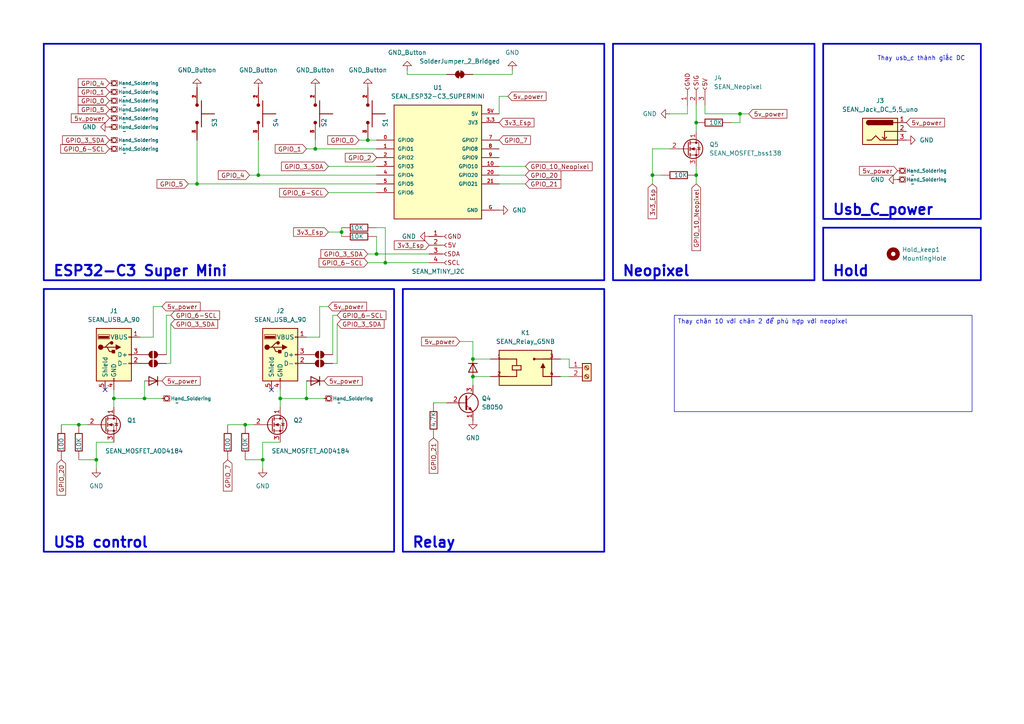
<source format=kicad_sch>
(kicad_sch (version 20231120) (generator "eeschema") (generator_version "8.0")
  (paper "A4")
  (title_block (title "HOMEKIT_TOOL") (date "2024-07-12") (rev "1.1.0"))
  (lib_symbols
    (symbol "Library:GND" (power) (pin_numbers hide) (pin_names (offset 0) hide)
      (property "Value" "GND" (at 0 -3.81 0))
      (symbol "GND_0_1"
        (polyline (pts (xy 0 0) (xy 0 -1.27) (xy 1.27 -1.27) (xy 0 -2.54) (xy -1.27 -1.27) (xy 0 -1.27)))
      )
      (symbol "GND_1_1"
        (pin power_in line (at 0 0 270) (length 0) (name "~") (number "1"))
      )
    )
    (symbol "Library:MountingHole" (pin_names (offset 1.016)) (exclude_from_sim yes) (in_bom no)
      (property "Reference" "H" (at 0 5.08 0))
      (property "Value" "MountingHole" (at 0 3.175 0))
      (symbol "MountingHole_0_1"
        (circle (center 0 0) (radius 1.27) (stroke (width 1.27)))
      )
    )
    (symbol "Library:S8050" (pin_names (offset 0) hide)
      (property "Reference" "Q" (at 5.08 1.905 0))
      (property "Value" "S8050" (at 5.08 0 0))
      (symbol "S8050_0_1"
        (polyline (pts (xy 0 0) (xy 0.635 0)))
        (polyline (pts (xy 0.635 0.635) (xy 2.54 2.54)))
        (polyline (pts (xy 0.635 -0.635) (xy 2.54 -2.54) (xy 2.54 -2.54)))
        (polyline (pts (xy 0.635 1.905) (xy 0.635 -1.905) (xy 0.635 -1.905)) (stroke (width 0.508)))
        (polyline (pts (xy 1.27 -1.778) (xy 1.778 -1.27) (xy 2.286 -2.286) (xy 1.27 -1.778) (xy 1.27 -1.778)) (fill (type outline)))
        (circle (center 1.27 0) (radius 2.8194) (stroke (width 0.254)))
      )
      (symbol "S8050_1_1"
        (pin passive line (at 2.54 -5.08 90) (length 2.54) (name "E") (number "1"))
        (pin input line (at -5.08 0 0) (length 5.08) (name "B") (number "2"))
        (pin passive line (at 2.54 5.08 270) (length 2.54) (name "C") (number "3"))
      )
    )
    (symbol "Library:SEAN_Button_4.2x3.3_SMD_V1" (pin_names (offset 1.016))
      (property "Reference" "S" (at -5.08 6.35 0))
      (property "Value" "SEAN_Button_4.2x3.3_SMD_V1" (at -15.24 -5.08 0))
      (symbol "SEAN_Button_4.2x3.3_SMD_V1_0_0"
        (circle (center -2.54 0) (radius 0.254) (stroke (width 0.508)))
        (polyline (pts (xy -3.81 1.27) (xy 0 1.27)) (stroke (width 0.254)))
        (polyline (pts (xy 0 1.27) (xy 0 5.08)) (stroke (width 0.254)))
        (polyline (pts (xy 0 1.27) (xy 3.81 1.27)) (stroke (width 0.254)))
        (circle (center 2.54 0) (radius 0.254) (stroke (width 0.508)))
        (pin passive line (at -7.62 0 0) (length 5.08) (name "~") (number "1"))
        (pin passive line (at -7.62 0 0) (length 5.08) (name "~") (number "2"))
        (pin passive line (at 7.62 0 180) (length 5.08) (name "~") (number "3"))
        (pin passive line (at 7.62 0 180) (length 5.08) (name "~") (number "4"))
      )
    )
    (symbol "Library:SEAN_D" (pin_numbers hide) (pin_names (offset 1.016) hide)
      (property "Reference" "D" (at 0 2.54 0))
      (property "Value" "SEAN_D" (at 0 -2.54 0))
      (symbol "SEAN_D_0_1"
        (polyline (pts (xy -1.27 1.27) (xy -1.27 -1.27)) (stroke (width 0.254)))
        (polyline (pts (xy 1.27 0) (xy -1.27 0)))
        (polyline (pts (xy 1.27 1.27) (xy 1.27 -1.27) (xy -1.27 0) (xy 1.27 1.27)) (stroke (width 0.254)))
      )
      (symbol "SEAN_D_1_1"
        (pin passive line (at -2.54 0 0) (length 2.54) (name "K") (number "1"))
        (pin passive line (at 2.54 0 180) (length 2.54) (name "A") (number "2"))
      )
    )
    (symbol "Library:SEAN_ESP32-C3_SUPERMINI" (pin_names (offset 1.016))
      (property "Reference" "U" (at -12.7 16.002 0))
      (property "Value" "SEAN_ESP32-C3_SUPERMINI" (at -12.7 -20.32 0))
      (symbol "SEAN_ESP32-C3_SUPERMINI_0_0"
        (rectangle (start -12.7 15.24) (end 12.7 -17.78) (stroke (width 0.254)) (fill (type background)))
        (pin bidirectional line (at -17.78 5.08 0) (length 5.08) (name "GPIO0") (number "0"))
        (pin bidirectional line (at -17.78 2.54 0) (length 5.08) (name "GPIO1") (number "1"))
        (pin bidirectional line (at 17.78 -2.54 180) (length 5.08) (name "GPIO10") (number "10"))
        (pin bidirectional line (at -17.78 0 0) (length 5.08) (name "GPIO2") (number "2"))
        (pin bidirectional line (at 17.78 -5.08 180) (length 5.08) (name "GPIO20") (number "20"))
        (pin bidirectional line (at 17.78 -7.62 180) (length 5.08) (name "GPIO21") (number "21"))
        (pin bidirectional line (at -17.78 -2.54 0) (length 5.08) (name "GPIO3") (number "3"))
        (pin power_in line (at 17.78 10.16 180) (length 5.08) (name "3V3") (number "3.3"))
        (pin bidirectional line (at -17.78 -5.08 0) (length 5.08) (name "GPIO4") (number "4"))
        (pin bidirectional line (at -17.78 -7.62 0) (length 5.08) (name "GPIO5") (number "5"))
        (pin power_in line (at 17.78 12.7 180) (length 5.08) (name "5V") (number "5V"))
        (pin bidirectional line (at -17.78 -10.16 0) (length 5.08) (name "GPIO6") (number "6"))
        (pin bidirectional line (at 17.78 5.08 180) (length 5.08) (name "GPIO7") (number "7"))
        (pin bidirectional line (at 17.78 2.54 180) (length 5.08) (name "GPIO8") (number "8"))
        (pin bidirectional line (at 17.78 0 180) (length 5.08) (name "GPIO9") (number "9"))
        (pin power_in line (at 17.78 -15.24 180) (length 5.08) (name "GND") (number "G"))
      )
    )
    (symbol "Library:SEAN_Hand_Solderring"
      (property "Reference" "U" (at 0 1.27 0))
      (symbol "SEAN_Hand_Solderring_0_1"
        (rectangle (start -2.286 0.762) (end -0.508 -0.762))
      )
      (symbol "SEAN_Hand_Solderring_1_1"
        (pin passive inverted (at 0 0 180) (length 2) (name "Hand_Soldering") (number "1"))
      )
    )
    (symbol "Library:SEAN_Jack_DC_5,5_uno" (pin_names hide)
      (property "Reference" "J" (at 0 5.334 0))
      (property "Value" "SEAN_Jack_DC_5,5_uno" (at 0 -5.08 0))
      (symbol "SEAN_Jack_DC_5,5_uno_0_1"
        (rectangle (start -5.08 3.81) (end 5.08 -3.81) (stroke (width 0.254)) (fill (type background)))
        (arc (start -3.302 3.175) (mid -3.9343 2.54) (end -3.302 1.905) (stroke (width 0.254)))
        (arc (start -3.302 3.175) (mid -3.9343 2.54) (end -3.302 1.905) (stroke (width 0.254)) (fill (type outline)))
        (polyline (pts (xy 1.27 -2.286) (xy 1.905 -1.651)) (stroke (width 0.254)))
        (polyline (pts (xy 5.08 2.54) (xy 3.81 2.54)) (stroke (width 0.254)))
        (polyline (pts (xy 5.08 0) (xy 1.27 0) (xy 1.27 -2.286) (xy 0.635 -1.651)) (stroke (width 0.254)))
        (polyline (pts (xy -3.81 -2.54) (xy -2.54 -2.54) (xy -1.27 -1.27) (xy 0 -2.54) (xy 2.54 -2.54) (xy 5.08 -2.54)) (stroke (width 0.254)))
        (rectangle (start 3.683 3.175) (end -3.302 1.905) (stroke (width 0.254)) (fill (type outline)))
      )
      (symbol "SEAN_Jack_DC_5,5_uno_1_1"
        (pin passive line (at 7.62 2.54 180) (length 2.54) (name "~") (number "1"))
        (pin passive line (at 7.62 0 180) (length 2.54) (name "~") (number "2"))
        (pin passive line (at 7.62 -2.54 180) (length 2.54) (name "~") (number "3"))
      )
    )
    (symbol "Library:SEAN_MOSFET_AOD4184" (pin_names hide)
      (property "Reference" "Q" (at 5.08 1.905 0))
      (property "Value" "SEAN_MOSFET_AOD4184" (at 5.08 0 0))
      (symbol "SEAN_MOSFET_AOD4184_0_1"
        (polyline (pts (xy 0.254 0) (xy -2.54 0)))
        (polyline (pts (xy 0.254 1.905) (xy 0.254 -1.905)) (stroke (width 0.254)))
        (polyline (pts (xy 0.762 -1.27) (xy 0.762 -2.286)) (stroke (width 0.254)))
        (polyline (pts (xy 0.762 0.508) (xy 0.762 -0.508)) (stroke (width 0.254)))
        (polyline (pts (xy 0.762 2.286) (xy 0.762 1.27)) (stroke (width 0.254)))
        (polyline (pts (xy 2.54 2.54) (xy 2.54 1.778)))
        (polyline (pts (xy 2.54 -2.54) (xy 2.54 0) (xy 0.762 0)))
        (polyline (pts (xy 0.762 -1.778) (xy 3.302 -1.778) (xy 3.302 1.778) (xy 0.762 1.778)))
        (polyline (pts (xy 1.016 0) (xy 2.032 0.381) (xy 2.032 -0.381) (xy 1.016 0)) (fill (type outline)))
        (polyline (pts (xy 2.794 0.508) (xy 2.921 0.381) (xy 3.683 0.381) (xy 3.81 0.254)))
        (polyline (pts (xy 3.302 0.381) (xy 2.921 -0.254) (xy 3.683 -0.254) (xy 3.302 0.381)))
        (circle (center 1.651 0) (radius 2.794) (stroke (width 0.254)))
        (circle (center 2.54 -1.778) (radius 0.254) (fill (type outline)))
        (circle (center 2.54 1.778) (radius 0.254) (fill (type outline)))
      )
      (symbol "SEAN_MOSFET_AOD4184_1_1"
        (pin passive line (at 2.54 5.08 270) (length 2.54) (name "D") (number "1"))
        (pin input line (at -5.08 0 0) (length 2.54) (name "G") (number "2"))
        (pin passive line (at 2.54 -5.08 90) (length 2.54) (name "S") (number "3"))
      )
    )
    (symbol "Library:SEAN_MOSFET_bss138" (pin_names hide)
      (property "Reference" "Q" (at 5.08 1.905 0))
      (property "Value" "SEAN_MOSFET_bss138" (at 5.08 0 0))
      (symbol "SEAN_MOSFET_bss138_0_1"
        (polyline (pts (xy 0.254 0) (xy -2.54 0)))
        (polyline (pts (xy 0.254 1.905) (xy 0.254 -1.905)) (stroke (width 0.254)))
        (polyline (pts (xy 0.762 -1.27) (xy 0.762 -2.286)) (stroke (width 0.254)))
        (polyline (pts (xy 0.762 0.508) (xy 0.762 -0.508)) (stroke (width 0.254)))
        (polyline (pts (xy 0.762 2.286) (xy 0.762 1.27)) (stroke (width 0.254)))
        (polyline (pts (xy 2.54 2.54) (xy 2.54 1.778)))
        (polyline (pts (xy 2.54 -2.54) (xy 2.54 0) (xy 0.762 0)))
        (polyline (pts (xy 0.762 -1.778) (xy 3.302 -1.778) (xy 3.302 1.778) (xy 0.762 1.778)))
        (polyline (pts (xy 1.016 0) (xy 2.032 0.381) (xy 2.032 -0.381) (xy 1.016 0)) (fill (type outline)))
        (polyline (pts (xy 2.794 0.508) (xy 2.921 0.381) (xy 3.683 0.381) (xy 3.81 0.254)))
        (polyline (pts (xy 3.302 0.381) (xy 2.921 -0.254) (xy 3.683 -0.254) (xy 3.302 0.381)))
        (circle (center 1.651 0) (radius 2.794) (stroke (width 0.254)))
        (circle (center 2.54 -1.778) (radius 0.254) (fill (type outline)))
        (circle (center 2.54 1.778) (radius 0.254) (fill (type outline)))
      )
      (symbol "SEAN_MOSFET_bss138_1_1"
        (pin passive line (at 2.54 5.08 270) (length 2.54) (name "D") (number "1"))
        (pin input line (at -5.08 0 0) (length 2.54) (name "G") (number "2"))
        (pin passive line (at 2.54 -5.08 90) (length 2.54) (name "S") (number "3"))
      )
    )
    (symbol "Library:SEAN_MTINY_I2C" (pin_names (offset 1.016) hide)
      (property "Reference" "J" (at 0 5.08 0))
      (property "Value" "SEAN_MTINY_I2C" (at 0 -7.62 0))
      (symbol "SEAN_MTINY_I2C_1_1"
        (arc (start 0 -4.572) (mid -0.5058 -5.08) (end 0 -5.588) (stroke (width 0.1524)))
        (arc (start 0 -2.032) (mid -0.5058 -2.54) (end 0 -3.048) (stroke (width 0.1524)))
        (polyline (pts (xy -1.27 -5.08) (xy -0.508 -5.08)) (stroke (width 0.1524)))
        (polyline (pts (xy -1.27 -2.54) (xy -0.508 -2.54)) (stroke (width 0.1524)))
        (polyline (pts (xy -1.27 0) (xy -0.508 0)) (stroke (width 0.1524)))
        (polyline (pts (xy -1.27 2.54) (xy -0.508 2.54)) (stroke (width 0.1524)))
        (arc (start 0 0.508) (mid -0.5058 0) (end 0 -0.508) (stroke (width 0.1524)))
        (arc (start 0 3.048) (mid -0.5058 2.54) (end 0 2.032) (stroke (width 0.1524)))
        (text "5V\n" (at 1.524 0 0) (effects (font (size 1.27 1.27))))
        (text "GND\n" (at 2.286 2.54 0) (effects (font (size 1.27 1.27))))
        (text "SCL" (at 2.032 -5.08 0) (effects (font (size 1.27 1.27))))
        (text "SDA\n" (at 2.032 -2.54 0) (effects (font (size 1.27 1.27))))
        (pin passive line (at -5.08 2.54 0) (length 3.81) (name "GND") (number "1"))
        (pin passive line (at -5.08 0 0) (length 3.81) (name "5V") (number "2"))
        (pin passive line (at -5.08 -2.54 0) (length 3.81) (name "SDA") (number "3"))
        (pin passive line (at -5.08 -5.08 0) (length 3.81) (name "SCL") (number "4"))
      )
    )
    (symbol "Library:SEAN_Mtiny_Terminal_3.81" (pin_names (offset 1.016) hide)
      (property "Reference" "J" (at 0 2.54 0))
      (property "Value" "SEAN_Mtiny_Terminal_3.81" (at 0 -5.08 0))
      (symbol "SEAN_Mtiny_Terminal_3.81_1_1"
        (rectangle (start -1.27 1.27) (end 1.27 -3.81) (stroke (width 0.254)) (fill (type background)))
        (circle (center 0 -2.54) (radius 0.635) (stroke (width 0.1524)))
        (polyline (pts (xy -0.5334 -2.2098) (xy 0.3302 -3.048)) (stroke (width 0.1524)))
        (polyline (pts (xy -0.5334 0.3302) (xy 0.3302 -0.508)) (stroke (width 0.1524)))
        (polyline (pts (xy -0.3556 -2.032) (xy 0.508 -2.8702)) (stroke (width 0.1524)))
        (polyline (pts (xy -0.3556 0.508) (xy 0.508 -0.3302)) (stroke (width 0.1524)))
        (circle (center 0 0) (radius 0.635) (stroke (width 0.1524)))
        (pin passive line (at -5.08 0 0) (length 3.81) (name "Pin_1") (number "1"))
        (pin passive line (at -5.08 -2.54 0) (length 3.81) (name "Pin_2") (number "2"))
      )
    )
    (symbol "Library:SEAN_Neopixel" (pin_names (offset 1.016) hide)
      (property "Reference" "J" (at 0 5.08 0))
      (property "Value" "SEAN_Neopixel" (at -0.254 0.254 0))
      (symbol "SEAN_Neopixel_1_1"
        (arc (start 0 -2.032) (mid -0.5058 -2.54) (end 0 -3.048) (stroke (width 0.1524)))
        (polyline (pts (xy -1.27 -2.54) (xy -0.508 -2.54)) (stroke (width 0.1524)))
        (polyline (pts (xy -1.27 0) (xy -0.508 0)) (stroke (width 0.1524)))
        (polyline (pts (xy -1.27 2.54) (xy -0.508 2.54)) (stroke (width 0.1524)))
        (arc (start 0 0.508) (mid -0.5058 0) (end 0 -0.508) (stroke (width 0.1524)))
        (arc (start 0 3.048) (mid -0.5058 2.54) (end 0 2.032) (stroke (width 0.1524)))
        (text "5V\n" (at 1.524 -2.54 0) (effects (font (size 1.27 1.27))))
        (text "GND\n" (at 2.286 2.54 0) (effects (font (size 1.27 1.27))))
        (text "SIG" (at 2.032 0 0) (effects (font (size 1.27 1.27))))
        (pin passive line (at -5.08 2.54 0) (length 3.81) (name "GND") (number "1"))
        (pin passive line (at -5.08 0 0) (length 3.81) (name "5V") (number "2"))
        (pin passive line (at -5.08 -2.54 0) (length 3.81) (name "SDA") (number "3"))
      )
    )
    (symbol "Library:SEAN_R" (pin_numbers hide) (pin_names (offset 0))
      (property "Reference" "R" (at 0 0 90))
      (property "Value" "R" (at 0 0 90))
      (symbol "SEAN_R_0_1"
        (rectangle (start -1.016 2.54) (end 1.016 -2.54) (stroke (width 0.254)))
      )
      (symbol "SEAN_R_1_1"
        (pin passive line (at 0 5.08 270) (length 2.5) (name "~") (number "1"))
        (pin passive line (at 0 -5.08 90) (length 2.5) (name "~") (number "2"))
      )
    )
    (symbol "Library:SEAN_Relay_G5NB" (pin_names (offset 1.016))
      (property "Reference" "K" (at -7.62 6.35 0))
      (property "Value" "SEAN_Relay_G5NB" (at -7.62 -7.62 0))
      (symbol "SEAN_Relay_G5NB_0_0"
        (rectangle (start -7.62 5.08) (end 7.62 -5.08) (stroke (width 0.254)) (fill (type background)))
        (polyline (pts (xy -7.62 -2.54) (xy -2.54 -2.54)) (stroke (width 0.254)))
        (polyline (pts (xy -7.62 2.54) (xy -2.54 2.54)) (stroke (width 0.254)))
        (polyline (pts (xy -3.81 -0.635) (xy -3.81 0.635)) (stroke (width 0.254)))
        (polyline (pts (xy -3.81 0.635) (xy -2.54 0.635)) (stroke (width 0.254)))
        (polyline (pts (xy -2.54 -0.635) (xy -3.81 -0.635)) (stroke (width 0.254)))
        (polyline (pts (xy -2.54 -0.635) (xy -2.54 -2.54)) (stroke (width 0.254)))
        (polyline (pts (xy -2.54 0.635) (xy -1.27 0.635)) (stroke (width 0.254)))
        (polyline (pts (xy -2.54 2.54) (xy -2.54 0.635)) (stroke (width 0.254)))
        (polyline (pts (xy -1.27 -0.635) (xy -2.54 -0.635)) (stroke (width 0.254)))
        (polyline (pts (xy -1.27 0.635) (xy -1.27 -0.635)) (stroke (width 0.254)))
        (polyline (pts (xy 5.08 -2.54) (xy 5.08 0)) (stroke (width 0.254)))
        (polyline (pts (xy 7.62 -2.54) (xy 5.08 -2.54)) (stroke (width 0.254)))
        (polyline (pts (xy 7.62 2.54) (xy 2.54 2.54)) (stroke (width 0.254)))
        (polyline (pts (xy 4.445 0) (xy 5.715 0) (xy 5.08 1.27) (xy 4.445 0)) (stroke (width 0.1524)) (fill (type outline)))
        (circle (center 2.54 2.54) (radius 0.254) (stroke (width 0.254)))
        (pin passive line (at -10.16 2.54 0) (length 5.08) (name "~") (number "1"))
        (pin passive line (at -10.16 -2.54 0) (length 5.08) (name "~") (number "2"))
        (pin passive line (at 10.16 2.54 180) (length 5.08) (name "~") (number "3"))
        (pin passive line (at 10.16 -2.54 180) (length 5.08) (name "~") (number "4"))
      )
    )
    (symbol "Library:SEAN_USB_A_90" (pin_names (offset 1.016))
      (property "Reference" "J" (at -5.08 11.43 0))
      (property "Value" "SEAN_USB_A_90" (at -5.08 8.89 0))
      (symbol "SEAN_USB_A_90_0_1"
        (rectangle (start -5.08 -7.62) (end 5.08 7.62) (stroke (width 0.254)) (fill (type background)))
        (circle (center -3.81 2.159) (radius 0.635) (stroke (width 0.254)) (fill (type outline)))
        (rectangle (start -1.524 4.826) (end -4.318 5.334) (fill (type outline)))
        (rectangle (start -1.27 4.572) (end -4.572 5.842))
        (circle (center -0.635 3.429) (radius 0.381) (stroke (width 0.254)) (fill (type outline)))
        (rectangle (start -0.127 -7.62) (end 0.127 -6.858))
        (polyline (pts (xy -3.175 2.159) (xy -2.54 2.159) (xy -1.27 3.429) (xy -0.635 3.429)) (stroke (width 0.254)))
        (polyline (pts (xy -2.54 2.159) (xy -1.905 2.159) (xy -1.27 0.889) (xy 0 0.889)) (stroke (width 0.254)))
        (polyline (pts (xy 0.635 2.794) (xy 0.635 1.524) (xy 1.905 2.159) (xy 0.635 2.794)) (stroke (width 0.254)) (fill (type outline)))
        (rectangle (start 0.254 1.27) (end -0.508 0.508) (stroke (width 0.254)) (fill (type outline)))
        (rectangle (start 5.08 -2.667) (end 4.318 -2.413))
        (rectangle (start 5.08 -0.127) (end 4.318 0.127))
        (rectangle (start 5.08 4.953) (end 4.318 5.207))
      )
      (symbol "SEAN_USB_A_90_1_1"
        (polyline (pts (xy -1.905 2.159) (xy 0.635 2.159)) (stroke (width 0.254)))
        (pin power_in line (at 7.62 5.08 180) (length 2.54) (name "VBUS") (number "1"))
        (pin bidirectional line (at 7.62 -2.54 180) (length 2.54) (name "D-") (number "2"))
        (pin bidirectional line (at 7.62 0 180) (length 2.54) (name "D+") (number "3"))
        (pin power_in line (at 0 -10.16 90) (length 2.54) (name "GND") (number "4"))
        (pin passive line (at -2.54 -10.16 90) (length 2.54) (name "Shield") (number "5"))
      )
    )
    (symbol "Library:SolderJumper_2_Bridged" (pin_numbers hide) (pin_names (offset 0) hide) (exclude_from_sim yes) (in_bom no)
      (property "Reference" "JP" (at 0 2.032 0))
      (property "Value" "SolderJumper_2_Bridged" (at 0 -2.54 0))
      (symbol "SolderJumper_2_Bridged_0_1"
        (rectangle (start -0.508 0.508) (end 0.508 -0.508) (fill (type outline)))
        (arc (start -0.254 1.016) (mid -1.2656 0) (end -0.254 -1.016))
        (arc (start -0.254 1.016) (mid -1.2656 0) (end -0.254 -1.016) (fill (type outline)))
        (polyline (pts (xy -0.254 1.016) (xy -0.254 -1.016)))
        (polyline (pts (xy 0.254 1.016) (xy 0.254 -1.016)))
        (arc (start 0.254 -1.016) (mid 1.2656 0) (end 0.254 1.016))
        (arc (start 0.254 -1.016) (mid 1.2656 0) (end 0.254 1.016) (fill (type outline)))
      )
      (symbol "SolderJumper_2_Bridged_1_1"
        (pin passive line (at -3.81 0 0) (length 2.54) (name "A") (number "1"))
        (pin passive line (at 3.81 0 180) (length 2.54) (name "B") (number "2"))
      )
    )
    (symbol "Library:SolderJumper_2_Open" (pin_numbers hide) (pin_names (offset 0) hide) (exclude_from_sim yes) (in_bom no)
      (property "Reference" "JP" (at 0 2.032 0))
      (property "Value" "SolderJumper_2_Open" (at 0 -2.54 0))
      (symbol "SolderJumper_2_Open_0_1"
        (arc (start -0.254 1.016) (mid -1.2656 0) (end -0.254 -1.016))
        (arc (start -0.254 1.016) (mid -1.2656 0) (end -0.254 -1.016) (fill (type outline)))
        (polyline (pts (xy -0.254 1.016) (xy -0.254 -1.016)))
        (polyline (pts (xy 0.254 1.016) (xy 0.254 -1.016)))
        (arc (start 0.254 -1.016) (mid 1.2656 0) (end 0.254 1.016))
        (arc (start 0.254 -1.016) (mid 1.2656 0) (end 0.254 1.016) (fill (type outline)))
      )
      (symbol "SolderJumper_2_Open_1_1"
        (pin passive line (at -3.81 0 0) (length 2.54) (name "A") (number "1"))
        (pin passive line (at 3.81 0 180) (length 2.54) (name "B") (number "2"))
      )
    )
  )
  (junction (at 109.22 73.66))
  (junction (at 201.93 35.56))
  (junction (at 33.02 115.57))
  (junction (at 214.63 33.02))
  (junction (at 71.12 123.19))
  (junction (at 106.68 40.64))
  (junction (at 81.28 115.57))
  (junction (at 41.91 115.57))
  (junction (at 137.16 109.22))
  (junction (at 91.44 43.18))
  (junction (at 74.93 50.8))
  (junction (at 76.2 133.35))
  (junction (at 137.16 104.14))
  (junction (at 99.06 67.31))
  (junction (at 88.9 115.57))
  (junction (at 57.15 53.34))
  (junction (at 111.76 76.2))
  (junction (at 27.94 133.35))
  (junction (at 22.86 123.19))
  (junction (at 189.23 50.8))
  (junction (at 201.93 50.8))
  (no_connect (at 30.48 113.03))
  (no_connect (at 78.74 113.03))
  (wire (pts (xy 92.71 88.9) (xy 92.71 97.79)))
  (wire (pts (xy 72.39 50.8) (xy 74.93 50.8)))
  (wire (pts (xy 137.16 111.76) (xy 137.16 109.22)))
  (wire (pts (xy 33.02 115.57) (xy 41.91 115.57)))
  (wire (pts (xy 88.9 97.79) (xy 92.71 97.79)))
  (wire (pts (xy 201.93 35.56) (xy 201.93 38.1)))
  (wire (pts (xy 91.44 43.18) (xy 109.22 43.18)))
  (wire (pts (xy 95.25 48.26) (xy 109.22 48.26)))
  (wire (pts (xy 212.09 35.56) (xy 214.63 35.56)))
  (wire (pts (xy 96.52 91.44) (xy 96.52 102.87)))
  (wire (pts (xy 27.94 128.27) (xy 33.02 128.27)))
  (wire (pts (xy 111.76 66.04) (xy 111.76 76.2)))
  (wire (pts (xy 97.79 93.98) (xy 97.79 105.41)))
  (wire (pts (xy 33.02 115.57) (xy 33.02 118.11)))
  (wire (pts (xy 95.25 88.9) (xy 92.71 88.9)))
  (wire (pts (xy 81.28 115.57) (xy 88.9 115.57)))
  (wire (pts (xy 133.35 99.06) (xy 137.16 99.06)))
  (wire (pts (xy 152.4 50.8) (xy 144.78 50.8)))
  (wire (pts (xy 71.12 123.19) (xy 73.66 123.19)))
  (wire (pts (xy 97.79 91.44) (xy 96.52 91.44)))
  (wire (pts (xy 189.23 43.18) (xy 194.31 43.18)))
  (wire (pts (xy 189.23 53.34) (xy 189.23 50.8)))
  (wire (pts (xy 54.61 53.34) (xy 57.15 53.34)))
  (wire (pts (xy 81.28 113.03) (xy 81.28 115.57)))
  (wire (pts (xy 76.2 133.35) (xy 76.2 128.27)))
  (wire (pts (xy 22.86 133.35) (xy 27.94 133.35)))
  (wire (pts (xy 152.4 48.26) (xy 144.78 48.26)))
  (wire (pts (xy 76.2 128.27) (xy 81.28 128.27)))
  (wire (pts (xy 33.02 113.03) (xy 33.02 115.57)))
  (wire (pts (xy 148.59 21.59) (xy 148.59 20.32)))
  (wire (pts (xy 99.06 66.04) (xy 99.06 67.31)))
  (wire (pts (xy 189.23 50.8) (xy 191.77 50.8)))
  (wire (pts (xy 88.9 115.57) (xy 93.98 115.57)))
  (wire (pts (xy 44.45 97.79) (xy 40.64 97.79)))
  (wire (pts (xy 106.68 40.64) (xy 109.22 40.64)))
  (wire (pts (xy 49.53 91.44) (xy 48.26 91.44)))
  (wire (pts (xy 44.45 88.9) (xy 46.99 88.9)))
  (wire (pts (xy 71.12 133.35) (xy 76.2 133.35)))
  (wire (pts (xy 165.1 104.14) (xy 162.56 104.14)))
  (wire (pts (xy 48.26 105.41) (xy 49.53 105.41)))
  (wire (pts (xy 95.25 55.88) (xy 109.22 55.88)))
  (wire (pts (xy 48.26 91.44) (xy 48.26 102.87)))
  (wire (pts (xy 201.93 53.34) (xy 201.93 50.8)))
  (wire (pts (xy 201.93 30.48) (xy 201.93 35.56)))
  (wire (pts (xy 201.93 50.8) (xy 201.93 48.26)))
  (wire (pts (xy 76.2 133.35) (xy 76.2 135.89)))
  (wire (pts (xy 144.78 27.94) (xy 144.78 33.02)))
  (wire (pts (xy 99.06 67.31) (xy 99.06 68.58)))
  (wire (pts (xy 88.9 110.49) (xy 88.9 115.57)))
  (wire (pts (xy 95.25 67.31) (xy 99.06 67.31)))
  (wire (pts (xy 44.45 88.9) (xy 44.45 97.79)))
  (wire (pts (xy 204.47 33.02) (xy 204.47 30.48)))
  (wire (pts (xy 152.4 53.34) (xy 144.78 53.34)))
  (wire (pts (xy 129.54 21.59) (xy 118.11 21.59)))
  (wire (pts (xy 189.23 43.18) (xy 189.23 50.8)))
  (wire (pts (xy 199.39 33.02) (xy 199.39 30.48)))
  (wire (pts (xy 57.15 53.34) (xy 109.22 53.34)))
  (wire (pts (xy 91.44 40.64) (xy 91.44 43.18)))
  (wire (pts (xy 57.15 40.64) (xy 57.15 53.34)))
  (wire (pts (xy 137.16 21.59) (xy 148.59 21.59)))
  (wire (pts (xy 81.28 115.57) (xy 81.28 118.11)))
  (wire (pts (xy 41.91 115.57) (xy 46.99 115.57)))
  (wire (pts (xy 27.94 128.27) (xy 27.94 133.35)))
  (wire (pts (xy 217.17 33.02) (xy 214.63 33.02)))
  (wire (pts (xy 111.76 76.2) (xy 124.46 76.2)))
  (wire (pts (xy 214.63 33.02) (xy 204.47 33.02)))
  (wire (pts (xy 17.78 123.19) (xy 22.86 123.19)))
  (wire (pts (xy 109.22 68.58) (xy 109.22 73.66)))
  (wire (pts (xy 106.68 76.2) (xy 111.76 76.2)))
  (wire (pts (xy 109.22 66.04) (xy 111.76 66.04)))
  (wire (pts (xy 162.56 109.22) (xy 165.1 109.22)))
  (wire (pts (xy 27.94 133.35) (xy 27.94 135.89)))
  (wire (pts (xy 41.91 115.57) (xy 41.91 110.49)))
  (wire (pts (xy 125.73 116.84) (xy 129.54 116.84)))
  (wire (pts (xy 109.22 73.66) (xy 124.46 73.66)))
  (wire (pts (xy 137.16 99.06) (xy 137.16 104.14)))
  (wire (pts (xy 22.86 123.19) (xy 25.4 123.19)))
  (wire (pts (xy 194.31 33.02) (xy 199.39 33.02)))
  (wire (pts (xy 49.53 93.98) (xy 49.53 105.41)))
  (wire (pts (xy 137.16 109.22) (xy 142.24 109.22)))
  (wire (pts (xy 104.14 40.64) (xy 106.68 40.64)))
  (wire (pts (xy 165.1 106.68) (xy 165.1 104.14)))
  (wire (pts (xy 66.04 123.19) (xy 71.12 123.19)))
  (wire (pts (xy 118.11 21.59) (xy 118.11 20.32)))
  (wire (pts (xy 96.52 105.41) (xy 97.79 105.41)))
  (wire (pts (xy 74.93 50.8) (xy 109.22 50.8)))
  (wire (pts (xy 214.63 35.56) (xy 214.63 33.02)))
  (wire (pts (xy 144.78 27.94) (xy 147.32 27.94)))
  (wire (pts (xy 88.9 43.18) (xy 91.44 43.18)))
  (wire (pts (xy 106.68 73.66) (xy 109.22 73.66)))
  (wire (pts (xy 137.16 104.14) (xy 142.24 104.14)))
  (wire (pts (xy 74.93 40.64) (xy 74.93 50.8)))
  (rectangle (start 238.76 12.7) (end 284.48 63.5) (stroke (width 0.5)))
  (rectangle (start 238.76 66.04) (end 284.48 81.28) (stroke (width 0.5)))
  (rectangle (start 12.7 83.82) (end 114.3 160.02) (stroke (width 0.5)))
  (rectangle (start 12.7 12.7) (end 175.26 81.28) (stroke (width 0.5)))
  (rectangle (start 116.84 83.82) (end 175.26 160.02) (stroke (width 0.5)))
  (rectangle (start 177.8 12.7) (end 236.22 81.28) (stroke (width 0.5)))
  (text_box "Thay chân 10 với chân 2 để phù hợp với neopixel\n" (at 195.58 91.44 0) (size 86.36 27.94) (effects (font (size 1.27 1.27)) (justify left top)))
  (text "Relay" (at 119.38 157.48 0) (effects (font (size 3 3) (thickness 0.6) (bold yes)) (justify left)))
  (text "ESP32-C3 Super Mini\n" (at 15.24 78.74 0) (effects (font (size 3 3) (thickness 0.6) (bold yes)) (justify left)))
  (text "Thay usb_c thành giắc DC\n" (at 267.208 17.018 0) (effects (font (size 1.27 1.27))))
  (text "Hold\n" (at 241.3 78.74 0) (effects (font (size 3 3) (thickness 0.6) (bold yes)) (justify left)))
  (text "Usb_C_power" (at 241.3 60.96 0) (effects (font (size 3 3) (thickness 0.6) (bold yes)) (justify left)))
  (text "Neopixel" (at 180.34 78.74 0) (effects (font (size 3 3) (thickness 0.6) (bold yes)) (justify left)))
  (text "USB control" (at 15.24 157.48 0) (effects (font (size 3 3) (thickness 0.6) (bold yes)) (justify left)))
  (global_label "GPIO_6-SCL" (shape input) (at 31.75 43.18 180) (property "Intersheetrefs" "${INTERSHEET_REFS}" (effects (hide yes))))
  (global_label "GPIO_5" (shape input) (at 54.61 53.34 180) (property "Intersheetrefs" "${INTERSHEET_REFS}" (effects (hide yes))))
  (global_label "GPIO_0" (shape input) (at 104.14 40.64 180) (property "Intersheetrefs" "${INTERSHEET_REFS}" (effects (hide yes))))
  (global_label "GPIO_4" (shape input) (at 31.75 24.13 180) (property "Intersheetrefs" "${INTERSHEET_REFS}" (effects (hide yes))))
  (global_label "GPIO_3_SDA" (shape input) (at 31.75 40.64 180) (property "Intersheetrefs" "${INTERSHEET_REFS}" (effects (hide yes))))
  (global_label "GPIO_21" (shape input) (at 152.4 53.34 0) (property "Intersheetrefs" "${INTERSHEET_REFS}" (effects (hide yes))))
  (global_label "GPIO_10_Neopixel" (shape input) (at 152.4 48.26 0) (property "Intersheetrefs" "${INTERSHEET_REFS}" (effects (hide yes))))
  (global_label "5v_power" (shape input) (at 217.17 33.02 0) (property "Intersheetrefs" "${INTERSHEET_REFS}" (effects (hide yes))))
  (global_label "5v_power" (shape input) (at 93.98 110.49 0) (property "Intersheetrefs" "${INTERSHEET_REFS}" (effects (hide yes))))
  (global_label "GPIO_0" (shape input) (at 31.75 29.21 180) (property "Intersheetrefs" "${INTERSHEET_REFS}" (effects (hide yes))))
  (global_label "5v_power" (shape input) (at 133.35 99.06 180) (property "Intersheetrefs" "${INTERSHEET_REFS}" (effects (hide yes))))
  (global_label "GPIO_1" (shape input) (at 88.9 43.18 180) (property "Intersheetrefs" "${INTERSHEET_REFS}" (effects (hide yes))))
  (global_label "5v_power" (shape input) (at 147.32 27.94 0) (property "Intersheetrefs" "${INTERSHEET_REFS}" (effects (hide yes))))
  (global_label "5v_power" (shape input) (at 260.35 49.53 180) (property "Intersheetrefs" "${INTERSHEET_REFS}" (effects (hide yes))))
  (global_label "3v3_Esp" (shape input) (at 124.46 71.12 180) (property "Intersheetrefs" "${INTERSHEET_REFS}" (effects (hide yes))))
  (global_label "GPIO_20" (shape input) (at 152.4 50.8 0) (property "Intersheetrefs" "${INTERSHEET_REFS}" (effects (hide yes))))
  (global_label "5v_power" (shape input) (at 31.75 34.29 180) (property "Intersheetrefs" "${INTERSHEET_REFS}" (effects (hide yes))))
  (global_label "GPIO_6-SCL" (shape input) (at 95.25 55.88 180) (property "Intersheetrefs" "${INTERSHEET_REFS}" (effects (hide yes))))
  (global_label "GPIO_20" (shape input) (at 17.78 133.35 270) (property "Intersheetrefs" "${INTERSHEET_REFS}" (effects (hide yes))))
  (global_label "GPIO_3_SDA" (shape input) (at 106.68 73.66 180) (property "Intersheetrefs" "${INTERSHEET_REFS}" (effects (hide yes))))
  (global_label "GPIO_6-SCL" (shape input) (at 97.79 91.44 0) (property "Intersheetrefs" "${INTERSHEET_REFS}" (effects (hide yes))))
  (global_label "5v_power" (shape input) (at 46.99 88.9 0) (property "Intersheetrefs" "${INTERSHEET_REFS}" (effects (hide yes))))
  (global_label "GPIO_2" (shape input) (at 109.22 45.72 180) (property "Intersheetrefs" "${INTERSHEET_REFS}" (effects (hide yes))))
  (global_label "3v3_Esp" (shape input) (at 95.25 67.31 180) (property "Intersheetrefs" "${INTERSHEET_REFS}" (effects (hide yes))))
  (global_label "3v3_Esp" (shape input) (at 189.23 53.34 270) (property "Intersheetrefs" "${INTERSHEET_REFS}" (effects (hide yes))))
  (global_label "GPIO_1" (shape input) (at 31.75 26.67 180) (property "Intersheetrefs" "${INTERSHEET_REFS}" (effects (hide yes))))
  (global_label "5v_power" (shape input) (at 46.99 110.49 0) (property "Intersheetrefs" "${INTERSHEET_REFS}" (effects (hide yes))))
  (global_label "GPIO_4" (shape input) (at 72.39 50.8 180) (property "Intersheetrefs" "${INTERSHEET_REFS}" (effects (hide yes))))
  (global_label "GPIO_7" (shape input) (at 66.04 133.35 270) (property "Intersheetrefs" "${INTERSHEET_REFS}" (effects (hide yes))))
  (global_label "GPIO_3_SDA" (shape input) (at 97.79 93.98 0) (property "Intersheetrefs" "${INTERSHEET_REFS}" (effects (hide yes))))
  (global_label "GPIO_7" (shape input) (at 144.78 40.64 0) (property "Intersheetrefs" "${INTERSHEET_REFS}" (effects (hide yes))))
  (global_label "GPIO_3_SDA" (shape input) (at 95.25 48.26 180) (property "Intersheetrefs" "${INTERSHEET_REFS}" (effects (hide yes))))
  (global_label "GPIO_6-SCL" (shape input) (at 49.53 91.44 0) (property "Intersheetrefs" "${INTERSHEET_REFS}" (effects (hide yes))))
  (global_label "GPIO_6-SCL" (shape input) (at 106.68 76.2 180) (property "Intersheetrefs" "${INTERSHEET_REFS}" (effects (hide yes))))
  (global_label "GPIO_5" (shape input) (at 31.75 31.75 180) (property "Intersheetrefs" "${INTERSHEET_REFS}" (effects (hide yes))))
  (global_label "GPIO_21" (shape input) (at 125.73 127 270) (property "Intersheetrefs" "${INTERSHEET_REFS}" (effects (hide yes))))
  (global_label "5v_power" (shape input) (at 262.89 35.56 0) (property "Intersheetrefs" "${INTERSHEET_REFS}" (effects (hide yes))))
  (global_label "3v3_Esp" (shape input) (at 144.78 35.56 0) (property "Intersheetrefs" "${INTERSHEET_REFS}" (effects (hide yes))))
  (global_label "GPIO_3_SDA" (shape input) (at 49.53 93.98 0) (property "Intersheetrefs" "${INTERSHEET_REFS}" (effects (hide yes))))
  (global_label "5v_power" (shape input) (at 95.25 88.9 0) (property "Intersheetrefs" "${INTERSHEET_REFS}" (effects (hide yes))))
  (global_label "GPIO_10_Neopixel" (shape input) (at 201.93 53.34 270) (property "Intersheetrefs" "${INTERSHEET_REFS}" (effects (hide yes))))
  (symbol (lib_id "Library:GND") (at 137.16 121.92 0) (unit 1)
    (property "Reference" "#PWR011" (effects (hide yes)))
    (property "Value" "GND" (at 137.16 127 0))
    (property "Description" "Power symbol creates a global label with name \"GND\" , ground" (effects (hide yes)))
  )
  (symbol (lib_id "Library:GND") (at 124.46 68.58 270) (unit 1)
    (property "Reference" "#PWR08" (effects (hide yes)))
    (property "Value" "GND" (at 120.65 68.5799 90) (effects (justify right)))
    (property "Description" "Power symbol creates a global label with name \"GND\" , ground" (effects (hide yes)))
  )
  (symbol (lib_id "Library:SEAN_Hand_Solderring") (at 260.35 49.53 180) (unit 1)
    (property "Reference" "U5" (effects (hide yes)))
    (property "Value" "~" (at 264.16 50.8 0) (effects (justify right)))
    (property "Footprint" "SEAN_connect:SEAN_Hand_Solderring" (effects (hide yes)))
  )
  (symbol (lib_id "Library:SEAN_D") (at 44.45 110.49 180) (unit 1)
    (property "Reference" "D1" (effects (hide yes)))
    (property "Value" "SEAN_D" (effects (hide yes)))
    (property "Footprint" "SEAN_Device_sym:SEAN_Diode_1N4007" (effects (hide yes)))
    (property "Description" "Diode" (effects (hide yes)))
    (property "Sim.Device" "D" (effects (hide yes)))
    (property "Sim.Pins" "1=K 2=A" (effects (hide yes)))
  )
  (symbol (lib_id "Library:SEAN_Button_4.2x3.3_SMD_V1") (at 106.68 33.02 270) (unit 1)
    (property "Reference" "S1" (at 111.76 35.56 0))
    (property "Value" "SEAN_Button_4.2x3.3_SMD_V1" (effects (hide yes)))
    (property "Footprint" "SEAN_Device_sym:SEAN_Button_4.2x3.3_SMD_V1" (effects (hide yes)))
    (property "Description" "\nSwitch Tactile N.O. SPST Button J-Bend 0.05A 16VDC 1.57N SMD Automotive T/R\n" (effects (hide yes)))
    (property "MF" "ALPS" (effects (hide yes)))
    (property "MAXIMUM_PACKAGE_HEIGHT" "2.5 mm" (effects (hide yes)))
    (property "Package" "None" (effects (hide yes)))
    (property "Price" "None" (effects (hide yes)))
    (property "Check_prices" "https://www.snapeda.com/parts/SKRPABE010/ALPS/view-part/?ref=eda" (effects (hide yes)))
    (property "STANDARD" "Manufacturer Recommendations" (effects (hide yes)))
    (property "SnapEDA_Link" "https://www.snapeda.com/parts/SKRPABE010/ALPS/view-part/?ref=snap" (effects (hide yes)))
    (property "MP" "SKRPABE010" (effects (hide yes)))
    (property "Purchase-URL" "https://www.snapeda.com/api/url_track_click_mouser/?unipart_id=652544&manufacturer=ALPS&part_name=SKRPABE010&search_term=None" (effects (hide yes)))
    (property "Availability" "In Stock" (effects (hide yes)))
    (property "MANUFACTURER" "Alps" (effects (hide yes)))
  )
  (symbol (lib_id "Library:GND") (at 57.15 25.4 180) (unit 1)
    (property "Reference" "#PWR01" (effects (hide yes)))
    (property "Value" "GND_Button" (at 57.15 20.32 0))
    (property "Description" "Power symbol creates a global label with name \"GND\" , ground" (effects (hide yes)))
  )
  (symbol (lib_id "Library:SEAN_Hand_Solderring") (at 31.75 29.21 180) (unit 1)
    (property "Reference" "U6" (effects (hide yes)))
    (property "Value" "~" (at 35.56 30.48 0) (effects (justify right)))
    (property "Footprint" "SEAN_connect:SEAN_Hand_Solderring" (effects (hide yes)))
  )
  (symbol (lib_id "Library:GND") (at 194.31 33.02 270) (unit 1)
    (property "Reference" "#PWR09" (effects (hide yes)))
    (property "Value" "GND" (at 190.5 33.0199 90) (effects (justify right)))
    (property "Description" "Power symbol creates a global label with name \"GND\" , ground" (effects (hide yes)))
  )
  (symbol (lib_id "Library:SEAN_R") (at 207.01 35.56 90) (unit 1)
    (property "Reference" "R9" (effects (hide yes)))
    (property "Value" "10K" (at 209.55 35.56 90) (effects (justify left)))
    (property "Footprint" "Resistor_SMD:R_0603_1608Metric_Pad0.98x0.95mm_HandSolder" (effects (hide yes)))
    (property "Description" "Resistor" (effects (hide yes)))
  )
  (symbol (lib_id "Library:SEAN_Button_4.2x3.3_SMD_V1") (at 57.15 33.02 270) (unit 1)
    (property "Reference" "S3" (at 62.23 35.56 0))
    (property "Value" "SEAN_Button_4.2x3.3_SMD_V1" (effects (hide yes)))
    (property "Footprint" "SEAN_Device_sym:SEAN_Button_4.2x3.3_SMD_V1" (effects (hide yes)))
    (property "Description" "\nSwitch Tactile N.O. SPST Button J-Bend 0.05A 16VDC 1.57N SMD Automotive T/R\n" (effects (hide yes)))
    (property "MF" "ALPS" (effects (hide yes)))
    (property "MAXIMUM_PACKAGE_HEIGHT" "2.5 mm" (effects (hide yes)))
    (property "Package" "None" (effects (hide yes)))
    (property "Price" "None" (effects (hide yes)))
    (property "Check_prices" "https://www.snapeda.com/parts/SKRPABE010/ALPS/view-part/?ref=eda" (effects (hide yes)))
    (property "STANDARD" "Manufacturer Recommendations" (effects (hide yes)))
    (property "SnapEDA_Link" "https://www.snapeda.com/parts/SKRPABE010/ALPS/view-part/?ref=snap" (effects (hide yes)))
    (property "MP" "SKRPABE010" (effects (hide yes)))
    (property "Purchase-URL" "https://www.snapeda.com/api/url_track_click_mouser/?unipart_id=652544&manufacturer=ALPS&part_name=SKRPABE010&search_term=None" (effects (hide yes)))
    (property "Availability" "In Stock" (effects (hide yes)))
    (property "MANUFACTURER" "Alps" (effects (hide yes)))
  )
  (symbol (lib_id "Library:SEAN_Hand_Solderring") (at 31.75 43.18 180) (unit 1)
    (property "Reference" "U12" (effects (hide yes)))
    (property "Value" "~" (at 35.56 44.45 0) (effects (justify right)))
    (property "Footprint" "SEAN_connect:SEAN_Hand_Solderring" (effects (hide yes)))
  )
  (symbol (lib_id "Library:SEAN_MTINY_I2C") (at 129.54 71.12 0) (unit 1)
    (property "Reference" "J5" (effects (hide yes)))
    (property "Value" "SEAN_MTINY_I2C" (at 119.38 78.74 0) (effects (justify left)))
    (property "Footprint" "SEAN_Mtiny:SEAN_Mtiny_I2C" (effects (hide yes)))
  )
  (symbol (lib_id "Library:S8050") (at 134.62 116.84 0) (unit 1)
    (property "Reference" "Q4" (at 139.7 115.5699 0) (effects (justify left)))
    (property "Value" "S8050" (at 139.7 118.1099 0) (effects (justify left)))
    (property "Footprint" "Package_TO_SOT_SMD:SOT-23-3" (effects (hide yes)))
    (property "Datasheet" "http://www.unisonic.com.tw/datasheet/S8050.pdf" (effects (hide yes)))
    (property "Description" "0.7A Ic, 20V Vce, Low Voltage High Current NPN Transistor, TO-92" (effects (hide yes)))
  )
  (symbol (lib_id "Library:GND") (at 91.44 25.4 180) (unit 1)
    (property "Reference" "#PWR06" (effects (hide yes)))
    (property "Value" "GND_Button" (at 91.44 20.32 0))
    (property "Description" "Power symbol creates a global label with name \"GND\" , ground" (effects (hide yes)))
  )
  (symbol (lib_id "Library:SEAN_Hand_Solderring") (at 31.75 34.29 180) (unit 1)
    (property "Reference" "U3" (effects (hide yes)))
    (property "Value" "~" (at 35.56 35.56 0) (effects (justify right)))
    (property "Footprint" "SEAN_connect:SEAN_Hand_Solderring" (effects (hide yes)))
  )
  (symbol (lib_id "Library:SEAN_USB_A_90") (at 81.28 102.87 0) (unit 1)
    (property "Reference" "J2" (at 81.28 90.17 0))
    (property "Value" "SEAN_USB_A_90" (at 81.28 92.71 0))
    (property "Footprint" "SEAN_connect:SEAN_USB_A_90" (effects (hide yes)))
    (property "Datasheet" " ~" (effects (hide yes)))
    (property "Description" "USB Type A connector" (effects (hide yes)))
  )
  (symbol (lib_id "Library:SEAN_R") (at 66.04 128.27 0) (unit 1)
    (property "Reference" "R5" (effects (hide yes)))
    (property "Value" "100" (at 66.04 130.81 90) (effects (justify left)))
    (property "Footprint" "Resistor_SMD:R_0603_1608Metric_Pad0.98x0.95mm_HandSolder" (effects (hide yes)))
    (property "Description" "Resistor" (effects (hide yes)))
  )
  (symbol (lib_id "Library:SEAN_D") (at 137.16 106.68 270) (unit 1)
    (property "Reference" "D3" (effects (hide yes)))
    (property "Value" "SEAN_D" (effects (hide yes)))
    (property "Footprint" "SEAN_Device_sym:SEAN_Diode_1N4007" (effects (hide yes)))
    (property "Description" "Diode" (effects (hide yes)))
    (property "Sim.Device" "D" (effects (hide yes)))
    (property "Sim.Pins" "1=K 2=A" (effects (hide yes)))
  )
  (symbol (lib_id "Library:SEAN_R") (at 17.78 128.27 0) (unit 1)
    (property "Reference" "R4" (effects (hide yes)))
    (property "Value" "100" (at 17.78 130.81 90) (effects (justify left)))
    (property "Footprint" "Resistor_SMD:R_0603_1608Metric_Pad0.98x0.95mm_HandSolder" (effects (hide yes)))
    (property "Description" "Resistor" (effects (hide yes)))
  )
  (symbol (lib_id "Library:SEAN_R") (at 125.73 121.92 180) (unit 1)
    (property "Reference" "R3" (effects (hide yes)))
    (property "Value" "4.7K" (at 125.73 119.38 90) (effects (justify left)))
    (property "Footprint" "Resistor_SMD:R_0603_1608Metric_Pad0.98x0.95mm_HandSolder" (effects (hide yes)))
    (property "Description" "Resistor" (effects (hide yes)))
  )
  (symbol (lib_id "Library:SEAN_Hand_Solderring") (at 260.35 52.07 180) (unit 1)
    (property "Reference" "U8" (effects (hide yes)))
    (property "Value" "~" (at 264.16 53.34 0) (effects (justify right)))
    (property "Footprint" "SEAN_connect:SEAN_Hand_Solderring" (effects (hide yes)))
  )
  (symbol (lib_id "Library:MountingHole") (at 259.08 73.66 0) (unit 1)
    (property "Reference" "Hold_keep1" (at 261.62 72.3899 0) (effects (justify left)))
    (property "Value" "MountingHole" (at 261.62 74.9299 0) (effects (justify left)))
    (property "Footprint" "SEAN_MountingHole:SEAN_MountingHole_3mm_isolated" (effects (hide yes)))
    (property "Description" "Mounting Hole without connection" (effects (hide yes)))
  )
  (symbol (lib_id "Library:GND") (at 31.75 36.83 270) (unit 1)
    (property "Reference" "#PWR05" (effects (hide yes)))
    (property "Value" "GND" (at 27.94 36.8299 90) (effects (justify right)))
    (property "Description" "Power symbol creates a global label with name \"GND\" , ground" (effects (hide yes)))
  )
  (symbol (lib_id "Library:SEAN_USB_A_90") (at 33.02 102.87 0) (unit 1)
    (property "Reference" "J1" (at 33.02 90.17 0))
    (property "Value" "SEAN_USB_A_90" (at 33.02 92.71 0))
    (property "Footprint" "SEAN_connect:SEAN_USB_A_90" (effects (hide yes)))
    (property "Datasheet" " ~" (effects (hide yes)))
    (property "Description" "USB Type A connector" (effects (hide yes)))
  )
  (symbol (lib_id "Library:SEAN_Hand_Solderring") (at 31.75 24.13 180) (unit 1)
    (property "Reference" "U2" (effects (hide yes)))
    (property "Value" "~" (at 35.56 25.4 0) (effects (justify right)))
    (property "Footprint" "SEAN_connect:SEAN_Hand_Solderring" (effects (hide yes)))
  )
  (symbol (lib_id "Library:SEAN_ESP32-C3_SUPERMINI") (at 127 45.72 0) (unit 1)
    (property "Reference" "U1" (at 127 25.4 0))
    (property "Value" "SEAN_ESP32-C3_SUPERMINI" (at 127 27.94 0))
    (property "Footprint" "SEAN_ESP:SEAN_ESP32-C3_SUPERMINI" (effects (hide yes)))
    (property "MF" "Espressif Systems" (effects (hide yes)))
    (property "MAXIMUM_PACKAGE_HEIGHT" "4.2mm" (effects (hide yes)))
    (property "Package" "Package" (effects (hide yes)))
    (property "Price" "None" (effects (hide yes)))
    (property "Check_prices" "https://www.snapeda.com/parts/ESP32-C3%20SuperMini/Espressif+Systems/view-part/?ref=eda" (effects (hide yes)))
    (property "STANDARD" "Manufacturer Recommendations" (effects (hide yes)))
    (property "SnapEDA_Link" "https://www.snapeda.com/parts/ESP32-C3%20SuperMini/Espressif+Systems/view-part/?ref=snap" (effects (hide yes)))
    (property "MP" "ESP32-C3 SuperMini" (effects (hide yes)))
    (property "Description_1" "\nSuper tiny ESP32-C3 board\n" (effects (hide yes)))
    (property "Availability" "Not in stock" (effects (hide yes)))
    (property "MANUFACTURER" "Espressif" (effects (hide yes)))
  )
  (symbol (lib_id "Library:SEAN_Jack_DC_5,5_uno") (at 255.27 38.1 0) (unit 1)
    (property "Reference" "J3" (at 255.27 29.21 0))
    (property "Value" "SEAN_Jack_DC_5,5_uno" (at 255.27 31.75 0))
    (property "Footprint" "SEAN_POWER:SEAN_Jack_DC_5,5_uno_" (effects (hide yes)))
    (property "Description" "DC Barrel Jack with an internal switch" (effects (hide yes)))
  )
  (symbol (lib_id "Library:SEAN_R") (at 104.14 68.58 270) (unit 1)
    (property "Reference" "R7" (effects (hide yes)))
    (property "Value" "10K" (at 101.6 68.58 90) (effects (justify left)))
    (property "Footprint" "Resistor_SMD:R_0603_1608Metric_Pad0.98x0.95mm_HandSolder" (effects (hide yes)))
    (property "Description" "Resistor" (effects (hide yes)))
  )
  (symbol (lib_id "Library:GND") (at 106.68 25.4 180) (unit 1)
    (property "Reference" "#PWR07" (effects (hide yes)))
    (property "Value" "GND_Button" (at 106.68 20.32 0))
    (property "Description" "Power symbol creates a global label with name \"GND\" , ground" (effects (hide yes)))
  )
  (symbol (lib_id "Library:SolderJumper_2_Open") (at 44.45 105.41 0) (unit 1) (exclude_from_sim yes) (in_bom no)
    (property "Reference" "JP3" (effects (hide yes)))
    (property "Value" "SolderJumper_2_Open" (effects (hide yes)))
    (property "Footprint" "Jumper:SolderJumper-2_P1.3mm_Open_TrianglePad1.0x1.5mm" (effects (hide yes)))
    (property "Description" "Solder Jumper, 2-pole, open" (effects (hide yes)))
  )
  (symbol (lib_id "Library:SEAN_D") (at 91.44 110.49 180) (unit 1)
    (property "Reference" "D2" (effects (hide yes)))
    (property "Value" "SEAN_D" (effects (hide yes)))
    (property "Footprint" "SEAN_Device_sym:SEAN_Diode_1N4007" (effects (hide yes)))
    (property "Description" "Diode" (effects (hide yes)))
    (property "Sim.Device" "D" (effects (hide yes)))
    (property "Sim.Pins" "1=K 2=A" (effects (hide yes)))
  )
  (symbol (lib_id "Library:SEAN_R") (at 71.12 128.27 0) (unit 1)
    (property "Reference" "R2" (effects (hide yes)))
    (property "Value" "10K" (at 71.12 130.81 90) (effects (justify left)))
    (property "Footprint" "Resistor_SMD:R_0603_1608Metric_Pad0.98x0.95mm_HandSolder" (effects (hide yes)))
    (property "Description" "Resistor" (effects (hide yes)))
  )
  (symbol (lib_id "Library:SEAN_Hand_Solderring") (at 31.75 36.83 180) (unit 1)
    (property "Reference" "U13" (effects (hide yes)))
    (property "Value" "~" (at 35.56 38.1 0) (effects (justify right)))
    (property "Footprint" "SEAN_connect:SEAN_Hand_Solderring" (effects (hide yes)))
  )
  (symbol (lib_id "Library:SEAN_Mtiny_Terminal_3.81") (at 170.18 106.68 0) (unit 1)
    (property "Reference" "SEAN_Mtiny_Terminal_3.81" (effects (hide yes)))
    (property "Value" "SEAN_Mtiny_Terminal_3.81" (effects (hide yes)))
    (property "Footprint" "SEAN_Mtiny:SEAN_Mtiny_Terminal_3.81" (effects (hide yes)))
    (property "Description" "Generic screw terminal, single row, 01x02, script generated (kicad-library-utils/schlib/autogen/connector/)" (effects (hide yes)))
  )
  (symbol (lib_id "Library:SEAN_Neopixel") (at 201.93 25.4 90) (unit 1)
    (property "Reference" "J4" (at 207.01 22.6367 90) (effects (justify right)))
    (property "Value" "SEAN_Neopixel" (at 207.01 25.1767 90) (effects (justify right)))
    (property "Footprint" "SEAN_connect:SEAN_Neopixel" (effects (hide yes)))
  )
  (symbol (lib_id "Library:SolderJumper_2_Open") (at 44.45 102.87 0) (unit 1) (exclude_from_sim yes) (in_bom no)
    (property "Reference" "JP4" (effects (hide yes)))
    (property "Value" "SolderJumper_2_Open" (effects (hide yes)))
    (property "Footprint" "Jumper:SolderJumper-2_P1.3mm_Open_TrianglePad1.0x1.5mm" (effects (hide yes)))
    (property "Description" "Solder Jumper, 2-pole, open" (effects (hide yes)))
  )
  (symbol (lib_id "Library:SEAN_R") (at 104.14 66.04 270) (unit 1)
    (property "Reference" "R11" (effects (hide yes)))
    (property "Value" "10K" (at 101.6 66.04 90) (effects (justify left)))
    (property "Footprint" "Resistor_SMD:R_0603_1608Metric_Pad0.98x0.95mm_HandSolder" (effects (hide yes)))
    (property "Description" "Resistor" (effects (hide yes)))
  )
  (symbol (lib_id "Library:SolderJumper_2_Bridged") (at 133.35 21.59 0) (unit 1) (exclude_from_sim yes) (in_bom no)
    (property "Reference" "JP5" (effects (hide yes)))
    (property "Value" "SolderJumper_2_Bridged" (at 133.35 17.78 0))
    (property "Footprint" "Jumper:SolderJumper-2_P1.3mm_Bridged_RoundedPad1.0x1.5mm" (effects (hide yes)))
    (property "Description" "Solder Jumper, 2-pole, closed/bridged" (effects (hide yes)))
  )
  (symbol (lib_id "Library:SEAN_Hand_Solderring") (at 31.75 26.67 180) (unit 1)
    (property "Reference" "U7" (effects (hide yes)))
    (property "Value" "~" (at 35.56 27.94 0) (effects (justify right)))
    (property "Footprint" "SEAN_connect:SEAN_Hand_Solderring" (effects (hide yes)))
  )
  (symbol (lib_id "Library:SEAN_R") (at 196.85 50.8 90) (unit 1)
    (property "Reference" "R6" (effects (hide yes)))
    (property "Value" "10K" (at 199.39 50.8 90) (effects (justify left)))
    (property "Footprint" "Resistor_SMD:R_0603_1608Metric_Pad0.98x0.95mm_HandSolder" (effects (hide yes)))
    (property "Description" "Resistor" (effects (hide yes)))
  )
  (symbol (lib_id "Library:SEAN_Relay_G5NB") (at 152.4 106.68 0) (unit 1)
    (property "Reference" "K1" (at 152.4 96.52 0))
    (property "Value" "SEAN_Relay_G5NB" (at 152.4 99.06 0))
    (property "Footprint" "SEAN_Relay:SEAN_RELAY_HF46F" (effects (hide yes)))
    (property "MF" "Hongfa" (effects (hide yes)))
    (property "MAXIMUM_PACKAGE_HEIGHT" "15.6 mm" (effects (hide yes)))
    (property "Package" "None" (effects (hide yes)))
    (property "Price" "None" (effects (hide yes)))
    (property "Check_prices" "https://www.snapeda.com/parts/HF46F/005-HS1/Hongfa/view-part/?ref=eda" (effects (hide yes)))
    (property "STANDARD" "Manufacturer Recommendations" (effects (hide yes)))
    (property "PARTREV" "1.00" (effects (hide yes)))
    (property "SnapEDA_Link" "https://www.snapeda.com/parts/HF46F/005-HS1/Hongfa/view-part/?ref=snap" (effects (hide yes)))
    (property "MP" "HF46F/005-HS1" (effects (hide yes)))
    (property "Description_1" "\nRelay: electromagnetic; SPST-NO; Ucoil: 5VDC; 5A/250VAC; 5A/30VDC\n" (effects (hide yes)))
    (property "MANUFACTURER" "Hongfa" (effects (hide yes)))
    (property "Availability" "In Stock" (effects (hide yes)))
    (property "SNAPEDA_PN" "HF46F/005-HS1" (effects (hide yes)))
  )
  (symbol (lib_id "Library:GND") (at 76.2 135.89 0) (unit 1)
    (property "Reference" "#PWR010" (effects (hide yes)))
    (property "Value" "GND" (at 76.2 140.97 0))
    (property "Description" "Power symbol creates a global label with name \"GND\" , ground" (effects (hide yes)))
  )
  (symbol (lib_id "Library:SolderJumper_2_Open") (at 92.71 105.41 0) (unit 1) (exclude_from_sim yes) (in_bom no)
    (property "Reference" "JP2" (effects (hide yes)))
    (property "Value" "SolderJumper_2_Open" (effects (hide yes)))
    (property "Footprint" "Jumper:SolderJumper-2_P1.3mm_Open_TrianglePad1.0x1.5mm" (effects (hide yes)))
    (property "Description" "Solder Jumper, 2-pole, open" (effects (hide yes)))
  )
  (symbol (lib_id "Library:GND") (at 74.93 25.4 180) (unit 1)
    (property "Reference" "#PWR02" (effects (hide yes)))
    (property "Value" "GND_Button" (at 74.93 20.32 0))
    (property "Description" "Power symbol creates a global label with name \"GND\" , ground" (effects (hide yes)))
  )
  (symbol (lib_id "Library:GND") (at 260.35 52.07 270) (unit 1)
    (property "Reference" "#PWR018" (effects (hide yes)))
    (property "Value" "GND" (at 256.54 52.0699 90) (effects (justify right)))
    (property "Description" "Power symbol creates a global label with name \"GND\" , ground" (effects (hide yes)))
  )
  (symbol (lib_id "Library:SEAN_Hand_Solderring") (at 93.98 115.57 180) (unit 1)
    (property "Reference" "U9" (effects (hide yes)))
    (property "Value" "~" (at 97.79 116.84 0) (effects (justify right)))
    (property "Footprint" "SEAN_connect:SEAN_Hand_Solderring" (effects (hide yes)))
  )
  (symbol (lib_id "Library:GND") (at 27.94 135.89 0) (unit 1)
    (property "Reference" "#PWR03" (effects (hide yes)))
    (property "Value" "GND" (at 27.94 140.97 0))
    (property "Description" "Power symbol creates a global label with name \"GND\" , ground" (effects (hide yes)))
  )
  (symbol (lib_id "Library:GND") (at 144.78 60.96 90) (unit 1)
    (property "Reference" "#PWR04" (effects (hide yes)))
    (property "Value" "GND" (at 148.59 60.9599 90) (effects (justify right)))
    (property "Description" "Power symbol creates a global label with name \"GND\" , ground" (effects (hide yes)))
  )
  (symbol (lib_id "Library:SEAN_MOSFET_AOD4184") (at 78.74 123.19 0) (unit 1)
    (property "Reference" "Q2" (at 85.09 121.9199 0) (effects (justify left)))
    (property "Value" "SEAN_MOSFET_AOD4184" (at 78.74 130.81 0) (effects (justify left)))
    (property "Footprint" "SEAN_MOSFET:SEAN_MOSFET_AOD4184" (effects (hide yes)))
  )
  (symbol (lib_id "Library:SEAN_MOSFET_AOD4184") (at 30.48 123.19 0) (unit 1)
    (property "Reference" "Q1" (at 36.83 121.9199 0) (effects (justify left)))
    (property "Value" "SEAN_MOSFET_AOD4184" (at 30.48 130.81 0) (effects (justify left)))
    (property "Footprint" "SEAN_MOSFET:SEAN_MOSFET_AOD4184" (effects (hide yes)))
  )
  (symbol (lib_id "Library:SEAN_R") (at 22.86 128.27 0) (unit 1)
    (property "Reference" "R1" (effects (hide yes)))
    (property "Value" "10K" (at 22.86 130.81 90) (effects (justify left)))
    (property "Footprint" "Resistor_SMD:R_0603_1608Metric_Pad0.98x0.95mm_HandSolder" (effects (hide yes)))
    (property "Description" "Resistor" (effects (hide yes)))
  )
  (symbol (lib_id "Library:SEAN_Button_4.2x3.3_SMD_V1") (at 74.93 33.02 270) (unit 1)
    (property "Reference" "S4" (at 80.01 35.56 0))
    (property "Value" "SEAN_Button_4.2x3.3_SMD_V1" (effects (hide yes)))
    (property "Footprint" "SEAN_Device_sym:SEAN_Button_4.2x3.3_SMD_V1" (effects (hide yes)))
    (property "Description" "\nSwitch Tactile N.O. SPST Button J-Bend 0.05A 16VDC 1.57N SMD Automotive T/R\n" (effects (hide yes)))
    (property "MF" "ALPS" (effects (hide yes)))
    (property "MAXIMUM_PACKAGE_HEIGHT" "2.5 mm" (effects (hide yes)))
    (property "Package" "None" (effects (hide yes)))
    (property "Price" "None" (effects (hide yes)))
    (property "Check_prices" "https://www.snapeda.com/parts/SKRPABE010/ALPS/view-part/?ref=eda" (effects (hide yes)))
    (property "STANDARD" "Manufacturer Recommendations" (effects (hide yes)))
    (property "SnapEDA_Link" "https://www.snapeda.com/parts/SKRPABE010/ALPS/view-part/?ref=snap" (effects (hide yes)))
    (property "MP" "SKRPABE010" (effects (hide yes)))
    (property "Purchase-URL" "https://www.snapeda.com/api/url_track_click_mouser/?unipart_id=652544&manufacturer=ALPS&part_name=SKRPABE010&search_term=None" (effects (hide yes)))
    (property "Availability" "In Stock" (effects (hide yes)))
    (property "MANUFACTURER" "Alps" (effects (hide yes)))
  )
  (symbol (lib_id "Library:SEAN_Hand_Solderring") (at 31.75 31.75 180) (unit 1)
    (property "Reference" "U4" (effects (hide yes)))
    (property "Value" "~" (at 35.56 33.02 0) (effects (justify right)))
    (property "Footprint" "SEAN_connect:SEAN_Hand_Solderring" (effects (hide yes)))
  )
  (symbol (lib_id "Library:SEAN_Button_4.2x3.3_SMD_V1") (at 91.44 33.02 270) (unit 1)
    (property "Reference" "S2" (at 93.98 35.56 0))
    (property "Value" "SEAN_Button_4.2x3.3_SMD_V1" (effects (hide yes)))
    (property "Footprint" "SEAN_Device_sym:SEAN_Button_4.2x3.3_SMD_V1" (effects (hide yes)))
    (property "Description" "\nSwitch Tactile N.O. SPST Button J-Bend 0.05A 16VDC 1.57N SMD Automotive T/R\n" (effects (hide yes)))
    (property "MF" "ALPS" (effects (hide yes)))
    (property "MAXIMUM_PACKAGE_HEIGHT" "2.5 mm" (effects (hide yes)))
    (property "Package" "None" (effects (hide yes)))
    (property "Price" "None" (effects (hide yes)))
    (property "Check_prices" "https://www.snapeda.com/parts/SKRPABE010/ALPS/view-part/?ref=eda" (effects (hide yes)))
    (property "STANDARD" "Manufacturer Recommendations" (effects (hide yes)))
    (property "SnapEDA_Link" "https://www.snapeda.com/parts/SKRPABE010/ALPS/view-part/?ref=snap" (effects (hide yes)))
    (property "MP" "SKRPABE010" (effects (hide yes)))
    (property "Purchase-URL" "https://www.snapeda.com/api/url_track_click_mouser/?unipart_id=652544&manufacturer=ALPS&part_name=SKRPABE010&search_term=None" (effects (hide yes)))
    (property "Availability" "In Stock" (effects (hide yes)))
    (property "MANUFACTURER" "Alps" (effects (hide yes)))
  )
  (symbol (lib_id "Library:SEAN_Hand_Solderring") (at 46.99 115.57 180) (unit 1)
    (property "Reference" "U10" (effects (hide yes)))
    (property "Value" "~" (at 50.8 116.84 0) (effects (justify right)))
    (property "Footprint" "SEAN_connect:SEAN_Hand_Solderring" (effects (hide yes)))
  )
  (symbol (lib_id "Library:SEAN_Hand_Solderring") (at 31.75 40.64 180) (unit 1)
    (property "Reference" "U11" (effects (hide yes)))
    (property "Value" "~" (at 35.56 41.91 0) (effects (justify right)))
    (property "Footprint" "SEAN_connect:SEAN_Hand_Solderring" (effects (hide yes)))
  )
  (symbol (lib_id "Library:SEAN_MOSFET_bss138") (at 199.39 43.18 0) (unit 1)
    (property "Reference" "Q5" (at 205.74 41.9099 0) (effects (justify left)))
    (property "Value" "SEAN_MOSFET_bss138" (at 205.74 44.4499 0) (effects (justify left)))
    (property "Footprint" "SEAN_MOSFET:SEAN_MOSFET_bss138" (effects (hide yes)))
  )
  (symbol (lib_id "Library:SolderJumper_2_Open") (at 92.71 102.87 0) (unit 1) (exclude_from_sim yes) (in_bom no)
    (property "Reference" "JP1" (effects (hide yes)))
    (property "Value" "SolderJumper_2_Open" (effects (hide yes)))
    (property "Footprint" "Jumper:SolderJumper-2_P1.3mm_Open_TrianglePad1.0x1.5mm" (effects (hide yes)))
    (property "Description" "Solder Jumper, 2-pole, open" (effects (hide yes)))
  )
  (symbol (lib_id "Library:GND") (at 262.89 40.64 90) (unit 1)
    (property "Reference" "#PWR012" (effects (hide yes)))
    (property "Value" "GND" (at 266.7 40.6399 90) (effects (justify right)))
    (property "Description" "Power symbol creates a global label with name \"GND\" , ground" (effects (hide yes)))
  )
  (symbol (lib_id "Library:GND") (at 118.11 20.32 180) (unit 1)
    (property "Reference" "#PWR013" (effects (hide yes)))
    (property "Value" "GND_Button" (at 118.11 15.24 0))
    (property "Description" "Power symbol creates a global label with name \"GND\" , ground" (effects (hide yes)))
  )
  (symbol (lib_id "Library:GND") (at 148.59 20.32 180) (unit 1)
    (property "Reference" "#PWR014" (effects (hide yes)))
    (property "Value" "GND" (at 148.59 15.24 0))
    (property "Description" "Power symbol creates a global label with name \"GND\" , ground" (effects (hide yes)))
  )
)
</source>
